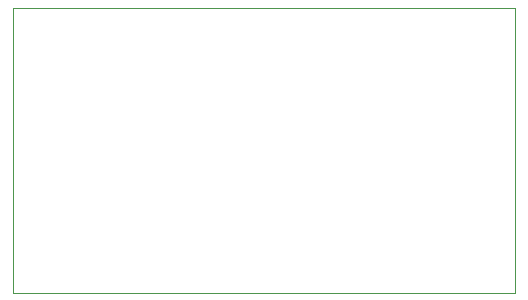
<source format=gbr>
G04 #@! TF.GenerationSoftware,KiCad,Pcbnew,(5.1.2)-2*
G04 #@! TF.CreationDate,2019-08-10T11:34:17-04:00*
G04 #@! TF.ProjectId,compact-giraffe,636f6d70-6163-4742-9d67-697261666665,rev?*
G04 #@! TF.SameCoordinates,Original*
G04 #@! TF.FileFunction,Profile,NP*
%FSLAX46Y46*%
G04 Gerber Fmt 4.6, Leading zero omitted, Abs format (unit mm)*
G04 Created by KiCad (PCBNEW (5.1.2)-2) date 2019-08-10 11:34:17*
%MOMM*%
%LPD*%
G04 APERTURE LIST*
%ADD10C,0.050000*%
G04 APERTURE END LIST*
D10*
X140335000Y-63754000D02*
X97790000Y-63754000D01*
X140335000Y-87884000D02*
X140335000Y-63754000D01*
X97790000Y-87884000D02*
X140335000Y-87884000D01*
X97790000Y-63754000D02*
X97790000Y-87884000D01*
M02*

</source>
